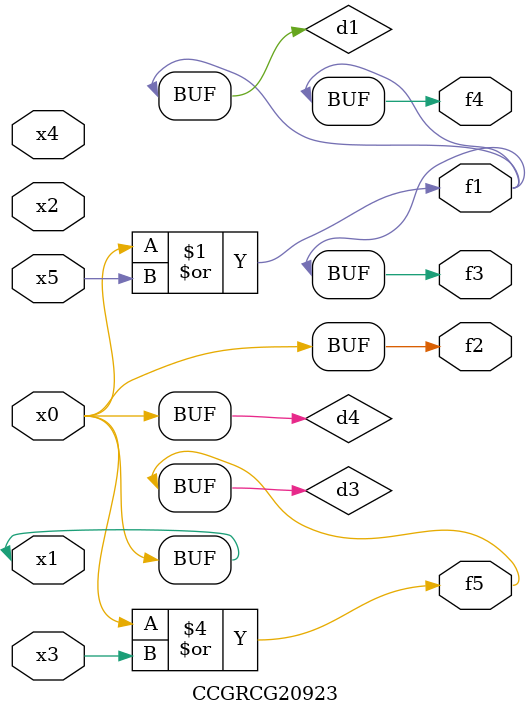
<source format=v>
module CCGRCG20923(
	input x0, x1, x2, x3, x4, x5,
	output f1, f2, f3, f4, f5
);

	wire d1, d2, d3, d4;

	or (d1, x0, x5);
	xnor (d2, x1, x4);
	or (d3, x0, x3);
	buf (d4, x0, x1);
	assign f1 = d1;
	assign f2 = d4;
	assign f3 = d1;
	assign f4 = d1;
	assign f5 = d3;
endmodule

</source>
